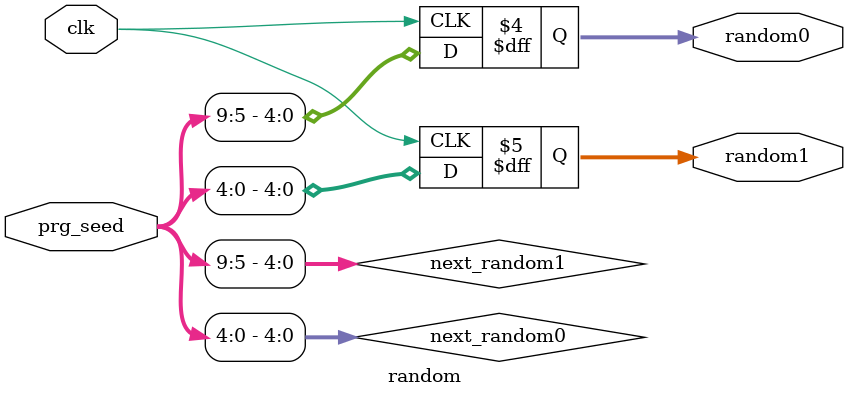
<source format=v>
`timescale 1ns / 1ps

//random generation
//inputs prg_seed and outputs two PRN's between 0 and 149, inclusive

module random(
	input clk,
	input [31:0] prg_seed,
	output reg [4:0] random0,
	output reg [4:0] random1
	);

reg [4:0] next_random0;
reg [4:0] next_random1;

initial begin
random0 = 0;
random1 = 0;
next_random0 = 0;
next_random1 = 0;
end

always @ (*)
begin
	//assign next_random vars based on prg_seed
	next_random0 = prg_seed[4:0];
	next_random1 = prg_seed[9:5];
end

//assign random vars
always @ (posedge clk)
begin
//if ( random0 != random1 && random0 < 149 && random1 < 149 )
	random0 = next_random1;
	random1 = next_random0;
end
endmodule

</source>
